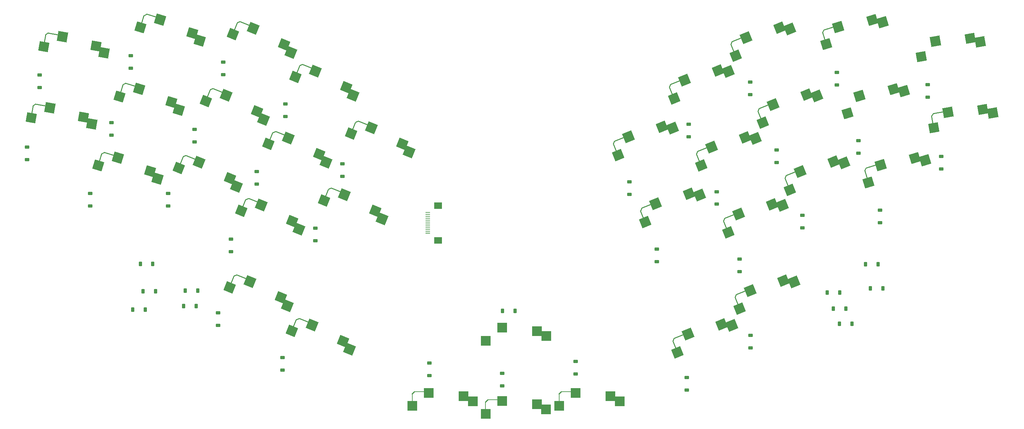
<source format=gbr>
%TF.GenerationSoftware,KiCad,Pcbnew,7.0.2*%
%TF.CreationDate,2024-07-15T12:22:54+02:00*%
%TF.ProjectId,Batreeq-wireless,42617472-6565-4712-9d77-6972656c6573,rev?*%
%TF.SameCoordinates,Original*%
%TF.FileFunction,Paste,Bot*%
%TF.FilePolarity,Positive*%
%FSLAX46Y46*%
G04 Gerber Fmt 4.6, Leading zero omitted, Abs format (unit mm)*
G04 Created by KiCad (PCBNEW 7.0.2) date 2024-07-15 12:22:54*
%MOMM*%
%LPD*%
G01*
G04 APERTURE LIST*
G04 Aperture macros list*
%AMRoundRect*
0 Rectangle with rounded corners*
0 $1 Rounding radius*
0 $2 $3 $4 $5 $6 $7 $8 $9 X,Y pos of 4 corners*
0 Add a 4 corners polygon primitive as box body*
4,1,4,$2,$3,$4,$5,$6,$7,$8,$9,$2,$3,0*
0 Add four circle primitives for the rounded corners*
1,1,$1+$1,$2,$3*
1,1,$1+$1,$4,$5*
1,1,$1+$1,$6,$7*
1,1,$1+$1,$8,$9*
0 Add four rect primitives between the rounded corners*
20,1,$1+$1,$2,$3,$4,$5,0*
20,1,$1+$1,$4,$5,$6,$7,0*
20,1,$1+$1,$6,$7,$8,$9,0*
20,1,$1+$1,$8,$9,$2,$3,0*%
%AMRotRect*
0 Rectangle, with rotation*
0 The origin of the aperture is its center*
0 $1 length*
0 $2 width*
0 $3 Rotation angle, in degrees counterclockwise*
0 Add horizontal line*
21,1,$1,$2,0,0,$3*%
G04 Aperture macros list end*
%ADD10RotRect,2.550000X2.500000X350.000000*%
%ADD11RotRect,2.600000X2.600000X350.000000*%
%ADD12RoundRect,0.062500X0.322530X0.302137X-0.394228X-0.199743X-0.322530X-0.302137X0.394228X0.199743X0*%
%ADD13RotRect,4.000000X0.250000X260.000000*%
%ADD14RotRect,3.000000X0.250000X170.000000*%
%ADD15RotRect,2.550000X2.500000X22.000000*%
%ADD16RotRect,2.600000X2.600000X22.000000*%
%ADD17RoundRect,0.062500X0.113413X0.427142X-0.228476X-0.378300X-0.113413X-0.427142X0.228476X0.378300X0*%
%ADD18RotRect,4.000000X0.250000X292.000000*%
%ADD19RotRect,3.000000X0.250000X202.000000*%
%ADD20RotRect,2.550000X2.500000X338.000000*%
%ADD21RotRect,2.600000X2.600000X338.000000*%
%ADD22RoundRect,0.062500X0.378300X0.228476X-0.427142X-0.113413X-0.378300X-0.228476X0.427142X0.113413X0*%
%ADD23RotRect,4.000000X0.250000X248.000000*%
%ADD24RotRect,3.000000X0.250000X158.000000*%
%ADD25R,2.550000X2.500000*%
%ADD26R,2.600000X2.600000*%
%ADD27RoundRect,0.062500X0.265165X0.353553X-0.353553X-0.265165X-0.265165X-0.353553X0.353553X0.265165X0*%
%ADD28R,0.250000X4.000000*%
%ADD29R,3.000000X0.250000*%
%ADD30RotRect,2.550000X2.500000X10.000000*%
%ADD31RotRect,2.600000X2.600000X10.000000*%
%ADD32RoundRect,0.062500X0.199743X0.394228X-0.302137X-0.322530X-0.199743X-0.394228X0.302137X0.322530X0*%
%ADD33RotRect,4.000000X0.250000X280.000000*%
%ADD34RotRect,3.000000X0.250000X190.000000*%
%ADD35RotRect,2.550000X2.500000X343.000000*%
%ADD36RotRect,2.600000X2.600000X343.000000*%
%ADD37RoundRect,0.062500X0.356948X0.260578X-0.415632X-0.150210X-0.356948X-0.260578X0.415632X0.150210X0*%
%ADD38RotRect,4.000000X0.250000X253.000000*%
%ADD39RotRect,3.000000X0.250000X163.000000*%
%ADD40RotRect,2.550000X2.500000X17.000000*%
%ADD41RotRect,2.600000X2.600000X17.000000*%
%ADD42RoundRect,0.062500X0.150210X0.415632X-0.260578X-0.356948X-0.150210X-0.415632X0.260578X0.356948X0*%
%ADD43RotRect,4.000000X0.250000X287.000000*%
%ADD44RotRect,3.000000X0.250000X197.000000*%
%ADD45RoundRect,0.225000X-0.375000X0.225000X-0.375000X-0.225000X0.375000X-0.225000X0.375000X0.225000X0*%
%ADD46RoundRect,0.225000X-0.225000X-0.375000X0.225000X-0.375000X0.225000X0.375000X-0.225000X0.375000X0*%
%ADD47RoundRect,0.225000X0.375000X-0.225000X0.375000X0.225000X-0.375000X0.225000X-0.375000X-0.225000X0*%
%ADD48RoundRect,0.225000X0.225000X0.375000X-0.225000X0.375000X-0.225000X-0.375000X0.225000X-0.375000X0*%
%ADD49R,1.250000X0.280000*%
%ADD50R,2.000000X1.800000*%
G04 APERTURE END LIST*
D10*
%TO.C,SW9*%
X37652363Y-64712781D03*
D11*
X39814499Y-66447901D03*
D12*
X24816671Y-61510522D03*
D13*
X24137711Y-63685273D03*
D10*
X23950865Y-64879380D03*
D14*
X26610766Y-61533082D03*
D11*
X28824944Y-62272848D03*
%TD*%
D15*
%TO.C,SW21*%
X221675332Y-107701317D03*
D16*
X224428400Y-108027024D03*
D17*
X209093108Y-111787527D03*
D18*
X209669760Y-113991614D03*
D15*
X210144086Y-115103288D03*
D19*
X210626543Y-110855934D03*
D16*
X212896288Y-110309955D03*
%TD*%
D15*
%TO.C,SW31*%
X205340126Y-119179384D03*
D16*
X208093194Y-119505091D03*
D17*
X192757902Y-123265594D03*
D18*
X193334554Y-125469681D03*
D15*
X193808880Y-126581355D03*
D19*
X194291337Y-122334001D03*
D16*
X196561082Y-121788022D03*
%TD*%
D15*
%TO.C,SW13*%
X211542465Y-69986941D03*
D16*
X214295533Y-70312648D03*
D17*
X198960241Y-74073151D03*
D18*
X199536893Y-76277238D03*
D15*
X200011219Y-77388912D03*
D19*
X200493676Y-73141558D03*
D16*
X202763421Y-72595579D03*
%TD*%
D20*
%TO.C,SW3*%
X90383212Y-45535303D03*
D21*
X92137348Y-47682039D03*
D22*
X78493798Y-39734330D03*
D23*
X77377519Y-41720394D03*
D20*
X76946487Y-42849560D03*
D24*
X80243997Y-40129411D03*
D21*
X82255984Y-41313365D03*
%TD*%
D20*
%TO.C,SW4*%
X106776720Y-56814053D03*
D21*
X108530856Y-58960789D03*
D22*
X94887306Y-51013080D03*
D23*
X93771027Y-52999144D03*
D20*
X93339995Y-54128310D03*
D24*
X96637505Y-51408161D03*
D21*
X98649492Y-52592115D03*
%TD*%
D25*
%TO.C,SW30*%
X176167151Y-138133309D03*
D26*
X178597739Y-139466617D03*
D27*
X162970395Y-137208593D03*
D28*
X162679392Y-139468205D03*
D25*
X162702739Y-140676617D03*
D29*
X164741151Y-136919270D03*
D26*
X167050150Y-137263309D03*
%TD*%
D20*
%TO.C,SW28*%
X105861540Y-123622994D03*
D21*
X107615676Y-125769730D03*
D22*
X93972126Y-117822021D03*
D23*
X92855847Y-119808085D03*
D20*
X92424815Y-120937251D03*
D24*
X95722325Y-118217102D03*
D21*
X97734312Y-119401056D03*
%TD*%
D15*
%TO.C,SW6*%
X220601398Y-41152099D03*
D16*
X223354466Y-41477806D03*
D17*
X208019174Y-45238309D03*
D18*
X208595826Y-47442396D03*
D15*
X209070152Y-48554070D03*
D19*
X209552609Y-44306716D03*
D16*
X211822354Y-43760737D03*
%TD*%
D20*
%TO.C,SW11*%
X83265690Y-63151793D03*
D21*
X85019826Y-65298529D03*
D22*
X71376276Y-57350820D03*
D23*
X70259997Y-59336884D03*
D20*
X69828965Y-60466050D03*
D24*
X73126475Y-57745901D03*
D21*
X75138462Y-58929855D03*
%TD*%
D20*
%TO.C,SW19*%
X92541669Y-92047042D03*
D21*
X94295805Y-94193778D03*
D22*
X80652255Y-86246069D03*
D23*
X79535976Y-88232133D03*
D20*
X79104944Y-89361299D03*
D24*
X82402454Y-86641150D03*
D21*
X84414441Y-87825104D03*
%TD*%
D30*
%TO.C,SW16*%
X274005758Y-62679891D03*
D31*
X276630946Y-63570876D03*
D32*
X260848915Y-64060817D03*
D33*
X260954710Y-66336632D03*
D30*
X261187542Y-67522631D03*
D34*
X262542529Y-63468400D03*
D31*
X264876191Y-63406259D03*
%TD*%
D15*
%TO.C,SW23*%
X234836448Y-76385085D03*
D16*
X237589516Y-76710792D03*
D17*
X222254224Y-80471295D03*
D18*
X222830876Y-82675382D03*
D15*
X223305202Y-83787056D03*
D19*
X223787659Y-79539702D03*
D16*
X226057404Y-78993723D03*
%TD*%
D35*
%TO.C,SW17*%
X55183693Y-78893765D03*
D36*
X57118255Y-80879449D03*
D37*
X42833933Y-74151097D03*
D38*
X41895000Y-76226894D03*
D35*
X41564021Y-77389330D03*
D39*
X44611906Y-74392135D03*
D36*
X46719425Y-75396227D03*
%TD*%
D25*
%TO.C,SW29*%
X137561565Y-138133309D03*
D26*
X139992153Y-139466617D03*
D27*
X124364809Y-137208593D03*
D28*
X124073806Y-139468205D03*
D25*
X124097153Y-140676617D03*
D29*
X126135565Y-136919270D03*
D26*
X128444564Y-137263309D03*
%TD*%
D35*
%TO.C,SW2*%
X66293818Y-42554185D03*
D36*
X68228380Y-44539869D03*
D37*
X53944058Y-37811517D03*
D38*
X53005125Y-39887314D03*
D35*
X52674146Y-41049750D03*
D39*
X55722031Y-38052555D03*
D36*
X57829550Y-39056647D03*
%TD*%
D20*
%TO.C,SW20*%
X89526329Y-112144920D03*
D21*
X91280465Y-114291656D03*
D22*
X77636915Y-106343947D03*
D23*
X76520636Y-108330011D03*
D20*
X76089604Y-109459177D03*
D24*
X79387114Y-106739028D03*
D21*
X81399101Y-107922982D03*
%TD*%
D15*
%TO.C,SW32*%
X196836925Y-84879631D03*
D16*
X199589993Y-85205338D03*
D17*
X184254701Y-88965841D03*
D18*
X184831353Y-91169928D03*
D15*
X185305679Y-92281602D03*
D19*
X185788136Y-88034248D03*
D16*
X188057881Y-87488269D03*
%TD*%
D10*
%TO.C,SW1*%
X40942647Y-45984353D03*
D11*
X43104783Y-47719473D03*
D12*
X28106955Y-42782094D03*
D13*
X27427995Y-44956845D03*
D10*
X27241149Y-46150952D03*
D14*
X29901050Y-42804654D03*
D11*
X32115228Y-43544420D03*
%TD*%
D20*
%TO.C,SW18*%
X76148161Y-80768288D03*
D21*
X77902297Y-82915024D03*
D22*
X64258747Y-74967315D03*
D23*
X63142468Y-76953379D03*
D20*
X62711436Y-78082545D03*
D24*
X66008946Y-75362396D03*
D21*
X68020933Y-76546350D03*
%TD*%
D40*
%TO.C,SW7*%
X245031324Y-39132611D03*
D41*
X247745528Y-39697024D03*
D42*
X232140842Y-42106659D03*
D43*
X232523201Y-44352617D03*
D40*
X232898834Y-45501401D03*
D44*
X233749635Y-41312258D03*
D41*
X236058329Y-40966179D03*
%TD*%
D40*
%TO.C,SW15*%
X250584215Y-57298777D03*
D41*
X253298419Y-57863190D03*
D40*
X238451725Y-63667567D03*
D41*
X241611220Y-59132345D03*
%TD*%
D20*
%TO.C,SW12*%
X99659193Y-74430548D03*
D21*
X101413329Y-76577284D03*
D22*
X87769779Y-68629575D03*
D23*
X86653500Y-70615639D03*
D20*
X86222468Y-71744805D03*
D24*
X89519978Y-69024656D03*
D21*
X91531965Y-70208610D03*
%TD*%
D20*
%TO.C,SW26*%
X121482263Y-71706747D03*
D21*
X123236399Y-73853483D03*
D22*
X109592849Y-65905774D03*
D23*
X108476570Y-67891838D03*
D20*
X108045538Y-69021004D03*
D24*
X111343048Y-66300855D03*
D21*
X113355035Y-67484809D03*
%TD*%
D15*
%TO.C,SW33*%
X189719401Y-67263135D03*
D16*
X192472469Y-67588842D03*
D17*
X177137177Y-71349345D03*
D18*
X177713829Y-73553432D03*
D15*
X178188155Y-74665106D03*
D19*
X178670612Y-70417752D03*
D16*
X180940357Y-69871773D03*
%TD*%
D30*
%TO.C,SW8*%
X270704198Y-43945109D03*
D31*
X273329386Y-44836094D03*
D30*
X257885982Y-48787849D03*
D31*
X261574631Y-44671477D03*
%TD*%
D15*
%TO.C,SW5*%
X204424946Y-52370447D03*
D16*
X207178014Y-52696154D03*
D17*
X191842722Y-56456657D03*
D18*
X192419374Y-58660744D03*
D15*
X192893700Y-59772418D03*
D19*
X193376157Y-55525064D03*
D16*
X195645902Y-54979085D03*
%TD*%
D25*
%TO.C,SW37*%
X156841563Y-140250000D03*
D26*
X159272151Y-141583308D03*
D27*
X143644807Y-139325284D03*
D28*
X143353804Y-141584896D03*
D25*
X143377151Y-142793308D03*
D29*
X145415563Y-139035961D03*
D26*
X147724562Y-139380000D03*
%TD*%
D15*
%TO.C,SW14*%
X227718926Y-58768594D03*
D16*
X230471994Y-59094301D03*
D17*
X215136702Y-62854804D03*
D18*
X215713354Y-65058891D03*
D15*
X216187680Y-66170565D03*
D19*
X216670137Y-61923211D03*
D16*
X218939882Y-61377232D03*
%TD*%
D40*
%TO.C,SW24*%
X256141445Y-75472193D03*
D41*
X258855649Y-76036606D03*
D42*
X243250963Y-78446241D03*
D43*
X243633322Y-80692199D03*
D40*
X244008955Y-81840983D03*
D44*
X244859756Y-77651840D03*
D41*
X247168450Y-77305761D03*
%TD*%
D35*
%TO.C,SW10*%
X60748000Y-60740000D03*
D36*
X62682562Y-62725684D03*
D37*
X48398240Y-55997332D03*
D38*
X47459307Y-58073129D03*
D35*
X47128328Y-59235565D03*
D39*
X50176213Y-56238370D03*
D36*
X52283732Y-57242462D03*
%TD*%
D15*
%TO.C,SW22*%
X218659993Y-87603437D03*
D16*
X221413061Y-87929144D03*
D17*
X206077769Y-91689647D03*
D18*
X206654421Y-93893734D03*
D15*
X207128747Y-95005408D03*
D19*
X207611204Y-90758054D03*
D16*
X209880949Y-90212075D03*
%TD*%
D20*
%TO.C,SW27*%
X114364735Y-89323238D03*
D21*
X116118871Y-91469974D03*
D22*
X102475321Y-83522265D03*
D23*
X101359042Y-85508329D03*
D20*
X100928010Y-86637495D03*
D24*
X104225520Y-83917346D03*
D21*
X106237507Y-85101300D03*
%TD*%
D25*
%TO.C,SW35*%
X156867412Y-120956692D03*
D26*
X159298000Y-122290000D03*
D25*
X143403000Y-123500000D03*
D26*
X147750411Y-120086692D03*
%TD*%
D45*
%TO.C,D31*%
X188348000Y-99390000D03*
X188348000Y-102690000D03*
%TD*%
%TO.C,D14*%
X219848000Y-73290000D03*
X219848000Y-76590000D03*
%TD*%
D46*
%TO.C,D40*%
X64448000Y-110340000D03*
X67748000Y-110340000D03*
%TD*%
D45*
%TO.C,D11*%
X66848000Y-67940000D03*
X66848000Y-71240000D03*
%TD*%
%TO.C,D13*%
X204148000Y-84290000D03*
X204148000Y-87590000D03*
%TD*%
%TO.C,D20*%
X73048000Y-116190000D03*
X73048000Y-119490000D03*
%TD*%
%TO.C,D12*%
X83198000Y-78990000D03*
X83198000Y-82290000D03*
%TD*%
%TO.C,D15*%
X241348000Y-70840000D03*
X241348000Y-74140000D03*
%TD*%
%TO.C,D23*%
X226648000Y-90540000D03*
X226648000Y-93840000D03*
%TD*%
%TO.C,D2*%
X50098000Y-48540000D03*
X50098000Y-51840000D03*
%TD*%
D47*
%TO.C,D35*%
X147748000Y-135390000D03*
X147748000Y-132090000D03*
%TD*%
D45*
%TO.C,D26*%
X98648000Y-93890000D03*
X98648000Y-97190000D03*
%TD*%
D46*
%TO.C,D33*%
X147798000Y-115640000D03*
X151098000Y-115640000D03*
%TD*%
D48*
%TO.C,D42*%
X238098000Y-115090000D03*
X234798000Y-115090000D03*
%TD*%
D45*
%TO.C,D7*%
X235648000Y-52940000D03*
X235648000Y-56240000D03*
%TD*%
%TO.C,D10*%
X45048000Y-66090000D03*
X45048000Y-69390000D03*
%TD*%
%TO.C,D1*%
X26098000Y-53590000D03*
X26098000Y-56890000D03*
%TD*%
D47*
%TO.C,D29*%
X166998000Y-132290000D03*
X166998000Y-128990000D03*
%TD*%
D45*
%TO.C,D5*%
X196748000Y-66540000D03*
X196748000Y-69840000D03*
%TD*%
D48*
%TO.C,D45*%
X246498000Y-103390000D03*
X243198000Y-103390000D03*
%TD*%
D45*
%TO.C,D22*%
X210148000Y-102040000D03*
X210148000Y-105340000D03*
%TD*%
D46*
%TO.C,D37*%
X53298000Y-110490000D03*
X56598000Y-110490000D03*
%TD*%
D45*
%TO.C,D27*%
X89948000Y-127940000D03*
X89948000Y-131240000D03*
%TD*%
D46*
%TO.C,D38*%
X50598000Y-115340000D03*
X53898000Y-115340000D03*
%TD*%
D45*
%TO.C,D6*%
X212898000Y-55490000D03*
X212898000Y-58790000D03*
%TD*%
%TO.C,D30*%
X196248000Y-133190000D03*
X196248000Y-136490000D03*
%TD*%
%TO.C,D21*%
X212998000Y-122090000D03*
X212998000Y-125390000D03*
%TD*%
D46*
%TO.C,D36*%
X52598000Y-103290000D03*
X55898000Y-103290000D03*
%TD*%
D45*
%TO.C,D18*%
X59948000Y-84740000D03*
X59948000Y-88040000D03*
%TD*%
%TO.C,D8*%
X259548000Y-56140000D03*
X259548000Y-59440000D03*
%TD*%
D49*
%TO.C,J1*%
X128160000Y-89790000D03*
X128160000Y-90290000D03*
X128160000Y-90790000D03*
X128160000Y-91290000D03*
X128160000Y-91790000D03*
X128160000Y-92290000D03*
X128160000Y-92790000D03*
X128160000Y-93290000D03*
X128160000Y-93790000D03*
X128160000Y-94290000D03*
X128160000Y-94790000D03*
X128160000Y-95290000D03*
D50*
X130884000Y-97090000D03*
X130884000Y-87990000D03*
%TD*%
D45*
%TO.C,D16*%
X263098000Y-75040000D03*
X263098000Y-78340000D03*
%TD*%
D48*
%TO.C,D43*%
X239648000Y-119040000D03*
X236348000Y-119040000D03*
%TD*%
D45*
%TO.C,D32*%
X181148000Y-81690000D03*
X181148000Y-84990000D03*
%TD*%
%TO.C,D19*%
X76398000Y-96740000D03*
X76398000Y-100040000D03*
%TD*%
D46*
%TO.C,D39*%
X63998000Y-114390000D03*
X67298000Y-114390000D03*
%TD*%
D48*
%TO.C,D41*%
X236448000Y-110840000D03*
X233148000Y-110840000D03*
%TD*%
D45*
%TO.C,D25*%
X105748000Y-76940000D03*
X105748000Y-80240000D03*
%TD*%
%TO.C,D4*%
X90698000Y-61240000D03*
X90698000Y-64540000D03*
%TD*%
%TO.C,D3*%
X74398000Y-50240000D03*
X74398000Y-53540000D03*
%TD*%
%TO.C,D9*%
X22798000Y-72590000D03*
X22798000Y-75890000D03*
%TD*%
D48*
%TO.C,D44*%
X247798000Y-109690000D03*
X244498000Y-109690000D03*
%TD*%
D47*
%TO.C,D28*%
X128548000Y-132690000D03*
X128548000Y-129390000D03*
%TD*%
D45*
%TO.C,D24*%
X246998000Y-89190000D03*
X246998000Y-92490000D03*
%TD*%
%TO.C,D17*%
X39448000Y-84790000D03*
X39448000Y-88090000D03*
%TD*%
M02*

</source>
